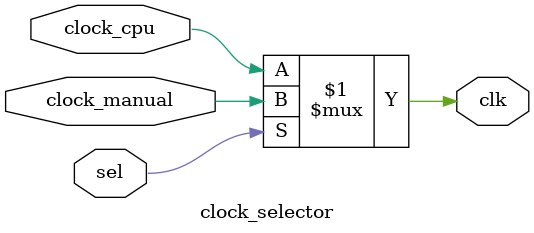
<source format=v>

module clock_selector (
    input clock_cpu,
    input clock_manual,
	 input sel,
	 output clk
);

	assign clk = sel ? clock_manual : clock_cpu;
 
    
endmodule


</source>
